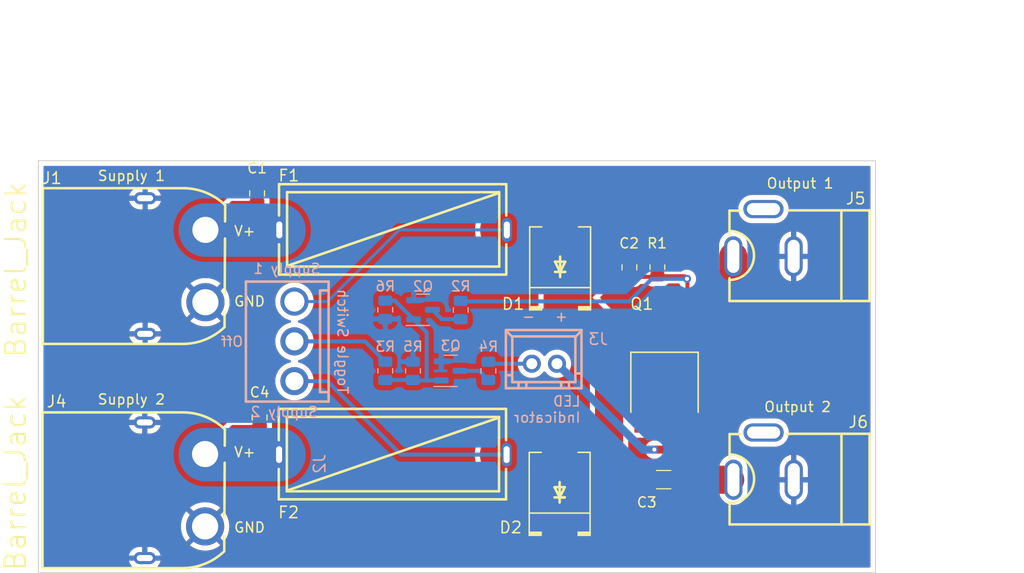
<source format=kicad_pcb>
(kicad_pcb (version 20211014) (generator pcbnew)
  (layers (0 "F.Cu" signal) (31 "B.Cu" signal) (34 "B.Paste" user) (35 "F.Paste" user) (36 "B.SilkS" user "B.Silkscreen") (37 "F.SilkS" user "F.Silkscreen") (38 "B.Mask" user) (39 "F.Mask" user) (44 "Edge.Cuts" user))
  (net 0 "")
  (net 1 "/AC{slash}DC output")
  (net 2 "GND")
  (net 3 "/Supply")
  (net 4 "Net-(C2-Pad2)")
  (net 5 "/Vout")
  (net 6 "/Battery output")
  (net 7 "/Mains")
  (net 8 "/Battery")
  (net 9 "/Switch")
  (net 10 "Net-(J3-Pad2)")
  (net 11 "Net-(Q2-Pad1)")
  (net 12 "Net-(Q2-Pad3)")
  (net 13 "Net-(Q3-Pad3)")
  (footprint "Capacitor_SMD:C_1206_3216Metric" (layer "F.Cu") (at 132.42943 109.237984 180)
    (fp_text reference "C3" (at 1.67943 -2.262016 180) (layer "F.SilkS"))
    (fp_text value "4.7u")
    (fp_line (start -0.711252 0.91) (end 0.711252 0.91) (layer "F.SilkS") (width 0.12))
    (fp_line (start -0.711252 -0.91) (end 0.711252 -0.91) (layer "F.SilkS") (width 0.12))
    (pad "1" smd roundrect (at -1.475 0 180) (size 1.15 1.8) (layers "F.Cu" "F.Paste" "F.Mask") (roundrect_rratio 0.217391) (net 5 "/Vout"))
    (pad "2" smd roundrect (at 1.475 0 180) (size 1.15 1.8) (layers "F.Cu" "F.Paste" "F.Mask") (roundrect_rratio 0.217391) (net 2 "GND"))
  )
  (footprint "Footprints:NCE30P30K P channel MOSFET" (layer "F.Cu") (at 132.521854 98.016548 -90)
    (fp_text reference "Q1" (at -6.266548 1.021854 180) (layer "F.SilkS") (effects (font (size 1.143 1.143) (thickness 0.152)) (justify right)))
    (fp_text value "NCE30P30K" hide)
    (fp_line (start 4.511 3.353) (end -1.456 3.353) (layer "F.SilkS") (width 0.152))
    (fp_line (start 4.511 -3.34) (end -1.456 -3.34) (layer "F.SilkS") (width 0.152))
    (fp_line (start -1.456 -3.34) (end -1.456 3.353) (layer "F.SilkS") (width 0.152))
    (pad "1" smd rect (at -3.292 -2.273 270) (size 2.8 1.3) (layers "F.Cu" "F.Paste" "F.Mask") (net 4 "Net-(C2-Pad2)"))
    (pad "2" smd rect (at 3.292 0 270) (size 6.5 6) (layers "F.Cu" "F.Paste" "F.Mask") (net 5 "/Vout"))
    (pad "3" smd rect (at -3.292 2.273 270) (size 2.8 1.3) (layers "F.Cu" "F.Paste" "F.Mask") (net 3 "/Supply"))
  )
  (footprint "Footprints:Schottky Diode SK1010C" (layer "F.Cu") (at 122.135348 88.057325 90)
    (fp_text reference "D1" (at -3.692675 -5.885348 180) (layer "F.SilkS") (effects (font (size 1.143 1.143) (thickness 0.152)) (justify left)))
    (fp_text value "D_Schottky" hide)
    (fp_line (start -2.069 -3.026) (end -2.069 3.026) (layer "F.SilkS") (width 0.152))
    (fp_line (start -3.976 -3.026) (end 3.976 -3.026) (layer "F.SilkS") (width 0.152))
    (fp_line (start 3.976 -3.026) (end 3.976 -1.823) (layer "F.SilkS") (width 0.152))
    (fp_line (start 3.976 3.026) (end 3.976 1.823) (layer "F.SilkS") (width 0.152))
    (fp_line (start -0.508 0) (end -0.508 0.508) (layer "F.SilkS") (width 0.254))
    (fp_line (start -0.508 0.508) (end -0.508 -0.508) (layer "F.SilkS") (width 0.254))
    (fp_line (start 0.508 -0.508) (end -0.508 0) (layer "F.SilkS") (width 0.254))
    (fp_line (start 0.508 0.508) (end 0.508 -0.508) (layer "F.SilkS") (width 0.254))
    (fp_line (start -3.976 3.026) (end 3.976 3.026) (layer "F.SilkS") (width 0.152))
    (fp_line (start 1.016 0) (end -1.016 0) (layer "F.SilkS") (width 0.254))
    (fp_line (start -0.508 0) (end 0.508 0.508) (layer "F.SilkS") (width 0.254))
    (fp_poly (pts (xy -3.9 -3.102) (xy -3.9 -1.772) (xy -4.357 -1.772) (xy -4.357 -3.102)) (layer "F.SilkS") (width 0) (fill solid))
    (fp_poly (pts (xy -3.9 3.102) (xy -3.9 1.772) (xy -4.357 1.772) (xy -4.357 3.102)) (layer "F.SilkS") (width 0) (fill solid))
    (pad "1" smd rect (at -3.686 0 90) (size 2.7 3.3) (layers "F.Cu" "F.Paste" "F.Mask") (net 3 "/Supply"))
    (pad "2" smd rect (at 3.686 0 90) (size 2.7 3.3) (layers "F.Cu" "F.Paste" "F.Mask") (net 7 "/Mains"))
  )
  (footprint "Footprints:Schottky Diode SK1010C" (layer "F.Cu") (at 122.086681 110.5 90)
    (fp_text reference "D2" (at -3.5 -6.086681 180) (layer "F.SilkS") (effects (font (size 1.143 1.143) (thickness 0.152)) (justify left)))
    (fp_text value "D_Schottky" hide)
    (fp_line (start -0.508 0.508) (end -0.508 -0.508) (layer "F.SilkS") (width 0.254))
    (fp_line (start 0.508 -0.508) (end -0.508 0) (layer "F.SilkS") (width 0.254))
    (fp_line (start -0.508 0) (end -0.508 0.508) (layer "F.SilkS") (width 0.254))
    (fp_line (start 1.016 0) (end -1.016 0) (layer "F.SilkS") (width 0.254))
    (fp_line (start -3.976 -3.026) (end 3.976 -3.026) (layer "F.SilkS") (width 0.152))
    (fp_line (start -2.069 -3.026) (end -2.069 3.026) (layer "F.SilkS") (width 0.152))
    (fp_line (start 3.976 3.026) (end 3.976 1.823) (layer "F.SilkS") (width 0.152))
    (fp_line (start -3.976 3.026) (end 3.976 3.026) (layer "F.SilkS") (width 0.152))
    (fp_line (start 0.508 0.508) (end 0.508 -0.508) (layer "F.SilkS") (width 0.254))
    (fp_line (start -0.508 0) (end 0.508 0.508) (layer "F.SilkS") (width 0.254))
    (fp_line (start 3.976 -3.026) (end 3.976 -1.823) (layer "F.SilkS") (width 0.152))
    (fp_poly (pts (xy -3.9 3.102) (xy -3.9 1.772) (xy -4.357 1.772) (xy -4.357 3.102)) (layer "F.SilkS") (width 0) (fill solid))
    (fp_poly (pts (xy -3.9 -3.102) (xy -3.9 -1.772) (xy -4.357 -1.772) (xy -4.357 -3.102)) (layer "F.SilkS") (width 0) (fill solid))
    (pad "1" smd rect (at -3.686 0 90) (size 2.7 3.3) (layers "F.Cu" "F.Paste" "F.Mask") (net 3 "/Supply"))
    (pad "2" smd rect (at 3.686 0 90) (size 2.7 3.3) (layers "F.Cu" "F.Paste" "F.Mask") (net 8 "/Battery"))
  )
  (footprint "Capacitor_SMD:C_0805_2012Metric" (layer "F.Cu") (at 92.25 103.05 90)
    (fp_text reference "C4" (at 2.5 0 180) (layer "F.SilkS"))
    (fp_text value "10n")
    (fp_line (start -0.261252 -0.735) (end 0.261252 -0.735) (layer "F.SilkS") (width 0.12))
    (fp_line (start -0.261252 0.735) (end 0.261252 0.735) (layer "F.SilkS") (width 0.12))
    (pad "1" smd roundrect (at -0.95 0 90) (size 1 1.45) (layers "F.Cu" "F.Paste" "F.Mask") (net 6 "/Battery output"))
    (pad "2" smd roundrect (at 0.95 0 90) (size 1 1.45) (layers "F.Cu" "F.Paste" "F.Mask") (net 2 "GND"))
  )
  (footprint "Capacitor_SMD:C_0805_2012Metric" (layer "F.Cu") (at 92 80.75 90)
    (fp_text reference "C1" (at 2.5 0 180) (layer "F.SilkS"))
    (fp_text value "10n")
    (fp_line (start -0.261252 0.735) (end 0.261252 0.735) (layer "F.SilkS") (width 0.12))
    (fp_line (start -0.261252 -0.735) (end 0.261252 -0.735) (layer "F.SilkS") (width 0.12))
    (pad "1" smd roundrect (at -0.95 0 90) (size 1 1.45) (layers "F.Cu" "F.Paste" "F.Mask") (net 1 "/AC{slash}DC output"))
    (pad "2" smd roundrect (at 0.95 0 90) (size 1 1.45) (layers "F.Cu" "F.Paste" "F.Mask") (net 2 "GND"))
  )
  (footprint "Capacitor_SMD:C_0805_2012Metric" (layer "F.Cu") (at 129.024729 88.1075 -90)
    (fp_text reference "C2" (at -2.392743 0.032948 180) (layer "F.SilkS"))
    (fp_text value "100n")
    (fp_line (start -0.261252 0.735) (end 0.261252 0.735) (layer "F.SilkS") (width 0.12))
    (fp_line (start -0.261252 -0.735) (end 0.261252 -0.735) (layer "F.SilkS") (width 0.12))
    (pad "1" smd roundrect (at -0.95 0 270) (size 1 1.45) (layers "F.Cu" "F.Paste" "F.Mask") (net 3 "/Supply"))
    (pad "2" smd roundrect (at 0.95 0 270) (size 1 1.45) (layers "F.Cu" "F.Paste" "F.Mask") (net 4 "Net-(C2-Pad2)"))
  )
  (footprint "Footprints:CONN-TH_XT60PW-M" (layer "F.Cu") (at 83.830013 110.295981)
    (fp_text reference "J4" (at -12.8505 -8.830794) (layer "F.SilkS") (effects (font (size 1.143 1.143) (thickness 0.152)) (justify left)))
    (fp_text value "Barrel_Jack" (at -15.8505 8.169206 90) (layer "F.SilkS") (effects (font (size 2.032 2.032) (thickness 0.203)) (justify left)))
    (fp_line (start 4.947 -2.738) (end 4.919 2.676) (layer "F.SilkS") (width 0.254))
    (fp_line (start 4.965 -6.062) (end 4.956 -4.441) (layer "F.SilkS") (width 0.254))
    (fp_line (start -13.166 7.75) (end -13.166 -7.75) (layer "F.SilkS") (width 0.254))
    (fp_line (start 4.909 4.544) (end 4.902 5.994) (layer "F.SilkS") (width 0.254))
    (fp_line (start -13.166 7.75) (end 1 7.75) (layer "F.SilkS") (width 0.254))
    (fp_line (start -13.166 -7.75) (end 1 -7.75) (layer "F.SilkS") (width 0.254))
    (fp_arc (start 0.937 -7.747) (mid 3.109636 -7.283825) (end 4.964813 -6.061861) (layer "F.SilkS") (width 0.254))
    (fp_arc (start 4.917 6.062) (mid 3.061759 7.284022) (end 0.889043 7.747229) (layer "F.SilkS") (width 0.254))
    (pad "1" thru_hole circle (at 3 3.6 90) (size 3.8 3.8) (drill 2.6) (layers *.Cu *.Paste *.Mask) (net 2 "GND"))
    (pad "2" thru_hole circle (at 3 -3.6 90) (size 3.8 3.8) (drill 2.6) (layers *.Cu *.Paste *.Mask) (net 6 "/Battery output"))
    (pad "3" thru_hole oval (at -3 -6.75 90) (size 1.2 2.2) (drill oval 0.6 1.6) (layers *.Cu *.Paste *.Mask) (net 2 "GND"))
    (pad "4" thru_hole oval (at -3 6.75 90) (size 1.2 2.2) (drill oval 0.6 1.6) (layers *.Cu *.Paste *.Mask) (net 2 "GND"))
  )
  (footprint "Footprints:FUSE Holder ROHS" (layer "F.Cu") (at 105.523694 84.384818)
    (fp_text reference "F1" (at -11.5 -5.408238) (layer "F.SilkS") (effects (font (size 1.143 1.143) (thickness 0.152)) (justify left)))
    (fp_text value "Fuse" hide)
    (fp_line (start -11.343 -4.551) (end -11.343 -1.431) (layer "F.SilkS") (width 0.254))
    (fp_line (start 11.257 4.449) (end -11.343 4.449) (layer "F.SilkS") (width 0.254))
    (fp_line (start 11.257 -1.429) (end 11.257 -4.551) (layer "F.SilkS") (width 0.254))
    (fp_line (start -10.543 3.649) (end -10.543 -3.751) (layer "F.SilkS") (width 0.254))
    (fp_line (start 10.557 3.649) (end -10.543 3.649) (layer "F.SilkS") (width 0.254))
    (fp_line (start -11.343 -4.551) (end 11.257 -4.551) (layer "F.SilkS") (width 0.254))
    (fp_line (start -10.543 -3.751) (end 10.557 -3.751) (layer "F.SilkS") (width 0.254))
    (fp_line (start 10.457 -3.651) (end -10.443 3.549) (layer "F.SilkS") (width 0.254))
    (fp_line (start -11.343 1.431) (end -11.343 4.449) (layer "F.SilkS") (width 0.254))
    (fp_line (start 10.557 -3.751) (end 10.557 3.649) (layer "F.SilkS") (width 0.254))
    (fp_line (start 11.257 4.449) (end 11.257 1.429) (layer "F.SilkS") (width 0.254))
    (pad "1" thru_hole oval (at -11.313 0) (size 1 2.4) (drill oval 0.6 1.68) (layers *.Cu *.Paste *.Mask) (net 1 "/AC{slash}DC output"))
    (pad "2" thru_hole oval (at 11.313 0) (size 1 2.4) (drill oval 0.6 1.68) (layers *.Cu *.Paste *.Mask) (net 7 "/Mains"))
  )
  (footprint "Footprints:DC Jack 5A" (layer "F.Cu") (at 142.354656 84.664 180)
    (fp_text reference "J5" (at -10.25 3.398) (layer "F.SilkS") (effects (font (size 1.143 1.143) (thickness 0.152)) (justify right)))
    (fp_text value "Barrel_Jack" hide)
    (fp_line (start 3.38 -6.797) (end -10.541 -6.797) (layer "F.SilkS") (width 0.254))
    (fp_line (start 3.38 -0.187) (end 3.38 2.195) (layer "F.SilkS") (width 0.254))
    (fp_line (start -10.541 -6.797) (end -10.541 2.225) (layer "F.SilkS") (width 0.254))
    (fp_line (start 3.38 -6.797) (end 3.38 -4.517) (layer "F.SilkS") (width 0.254))
    (fp_line (start -10.541 2.225) (end -2.286 2.225) (layer "F.SilkS") (width 0.254))
    (fp_line (start 3.38 2.195) (end 2.22 2.195) (layer "F.SilkS") (width 0.254))
    (fp_line (start -7.747 -6.797) (end -7.747 2.203) (layer "F.SilkS") (width 0.254))
    (fp_arc (start 3.38 0.176) (mid 0.947987 -2.264122) (end 3.380243 -4.704001) (layer "F.SilkS") (width 0.254))
    (pad "1" thru_hole oval (at 3 -2.352 90) (size 4 1.8) (drill oval 3.3 1.2) (layers *.Cu *.Paste *.Mask) (net 5 "/Vout"))
    (pad "2" thru_hole oval (at -3 -2.352 90) (size 4 1.8) (drill oval 3.3 1.2) (layers *.Cu *.Paste *.Mask) (net 2 "GND"))
    (pad "3" thru_hole oval (at 0 2.352 180) (size 4 1.8) (drill oval 3.3 1.2) (layers *.Cu *.Paste *.Mask))
  )
  (footprint "Resistor_SMD:R_0805_2012Metric" (layer "F.Cu") (at 131.8075 88.0875 -90)
    (fp_text reference "R1" (at -2.372743 0.032771 180) (layer "F.SilkS"))
    (fp_text value "330k")
    (fp_line (start -0.227064 -0.735) (end 0.227064 -0.735) (layer "F.SilkS") (width 0.12))
    (fp_line (start -0.227064 0.735) (end 0.227064 0.735) (layer "F.SilkS") (width 0.12))
    (pad "1" smd roundrect (at -0.9125 0 270) (size 1.025 1.4) (layers "F.Cu" "F.Paste" "F.Mask") (roundrect_rratio 0.243902) (net 3 "/Supply"))
    (pad "2" smd roundrect (at 0.9125 0 270) (size 1.025 1.4) (layers "F.Cu" "F.Paste" "F.Mask") (roundrect_rratio 0.243902) (net 4 "Net-(C2-Pad2)"))
  )
  (footprint "Footprints:DC Jack 5A" (layer "F.Cu") (at 142.366 106.901984 180)
    (fp_text reference "J6" (at -10.5 3.398) (layer "F.SilkS") (effects (font (size 1.143 1.143) (thickness 0.152)) (justify right)))
    (fp_text value "Barrel_Jack" hide)
    (fp_line (start -10.541 -6.797) (end -10.541 2.225) (layer "F.SilkS") (width 0.254))
    (fp_line (start 3.38 2.195) (end 2.22 2.195) (layer "F.SilkS") (width 0.254))
    (fp_line (start 3.38 -6.797) (end 3.38 -4.517) (layer "F.SilkS") (width 0.254))
    (fp_line (start -10.541 2.225) (end -2.286 2.225) (layer "F.SilkS") (width 0.254))
    (fp_line (start 3.38 -6.797) (end -10.541 -6.797) (layer "F.SilkS") (width 0.254))
    (fp_line (start -7.747 -6.797) (end -7.747 2.203) (layer "F.SilkS") (width 0.254))
    (fp_line (start 3.38 -0.187) (end 3.38 2.195) (layer "F.SilkS") (width 0.254))
    (fp_arc (start 3.38 0.176) (mid 0.947987 -2.264122) (end 3.380243 -4.704001) (layer "F.SilkS") (width 0.254))
    (pad "1" thru_hole oval (at 3 -2.352 90) (size 4 1.8) (drill oval 3.3 1.2) (layers *.Cu *.Paste *.Mask) (net 5 "/Vout"))
    (pad "2" thru_hole oval (at -3 -2.352 90) (size 4 1.8) (drill oval 3.3 1.2) (layers *.Cu *.Paste *.Mask) (net 2 "GND"))
    (pad "3" thru_hole oval (at 0 2.352 180) (size 4 1.8) (drill oval 3.3 1.2) (layers *.Cu *.Paste *.Mask))
  )
  (footprint "Footprints:CONN-TH_XT60PW-M" (layer "F.Cu") (at 83.862458 87.981093)
    (fp_text reference "J1" (at -13.3505 -8.75) (layer "F.SilkS") (effects (font (size 1.143 1.143) (thickness 0.152)) (justify left)))
    (fp_text value "Barrel_Jack" (at -15.8505 9.25 90) (layer "F.SilkS") (effects (font (size 2.032 2.032) (thickness 0.203)) (justify left)))
    (fp_line (start -13.166 7.75) (end 1 7.75) (layer "F.SilkS") (width 0.254))
    (fp_line (start 4.965 -6.062) (end 4.956 -4.441) (layer "F.SilkS") (width 0.254))
    (fp_line (start 4.909 4.544) (end 4.902 5.994) (layer "F.SilkS") (width 0.254))
    (fp_line (start -13.166 -7.75) (end 1 -7.75) (layer "F.SilkS") (width 0.254))
    (fp_line (start -13.166 7.75) (end -13.166 -7.75) (layer "F.SilkS") (width 0.254))
    (fp_line (start 4.947 -2.738) (end 4.919 2.676) (layer "F.SilkS") (width 0.254))
    (fp_arc (start 0.937 -7.747) (mid 3.109636 -7.283825) (end 4.964813 -6.061861) (layer "F.SilkS") (width 0.254))
    (fp_arc (start 4.917 6.062) (mid 3.061759 7.284022) (end 0.889043 7.747229) (layer "F.SilkS") (width 0.254))
    (pad "1" thru_hole circle (at 3 3.6 90) (size 3.8 3.8) (drill 2.6) (layers *.Cu *.Paste *.Mask) (net 2 "GND"))
    (pad "2" thru_hole circle (at 3 -3.6 90) (size 3.8 3.8) (drill 2.6) (layers *.Cu *.Paste *.Mask) (net 1 "/AC{slash}DC output"))
    (pad "3" thru_hole oval (at -3 -6.75 90) (size 1.2 2.2) (drill oval 0.6 1.6) (layers *.Cu *.Paste *.Mask) (net 2 "GND"))
    (pad "4" thru_hole oval (at -3 6.75 90) (size 1.2 2.2) (drill oval 0.6 1.6) (layers *.Cu *.Paste *.Mask) (net 2 "GND"))
  )
  (footprint "Footprints:FUSE Holder ROHS" (layer "F.Cu") (at 105.5 106.75)
    (fp_text reference "F2" (at -11.5 5.75) (layer "F.SilkS") (effects (font (size 1.143 1.143) (thickness 0.152)) (justify left)))
    (fp_text value "Fuse" hide)
    (fp_line (start 10.457 -3.651) (end -10.443 3.549) (layer "F.SilkS") (width 0.254))
    (fp_line (start 11.257 4.449) (end -11.343 4.449) (layer "F.SilkS") (width 0.254))
    (fp_line (start 11.257 -1.429) (end 11.257 -4.551) (layer "F.SilkS") (width 0.254))
    (fp_line (start -10.543 -3.751) (end 10.557 -3.751) (layer "F.SilkS") (width 0.254))
    (fp_line (start 10.557 -3.751) (end 10.557 3.649) (layer "F.SilkS") (width 0.254))
    (fp_line (start -11.343 1.431) (end -11.343 4.449) (layer "F.SilkS") (width 0.254))
    (fp_line (start 11.257 4.449) (end 11.257 1.429) (layer "F.SilkS") (width 0.254))
    (fp_line (start -10.543 3.649) (end -10.543 -3.751) (layer "F.SilkS") (width 0.254))
    (fp_line (start -11.343 -4.551) (end 11.257 -4.551) (layer "F.SilkS") (width 0.254))
    (fp_line (start -11.343 -4.551) (end -11.343 -1.431) (layer "F.SilkS") (width 0.254))
    (fp_line (start 10.557 3.649) (end -10.543 3.649) (layer "F.SilkS") (width 0.254))
    (pad "1" thru_hole oval (at -11.313 0) (size 1 2.4) (drill oval 0.6 1.68) (layers *.Cu *.Paste *.Mask) (net 6 "/Battery output"))
    (pad "2" thru_hole oval (at 11.313 0) (size 1 2.4) (drill oval 0.6 1.68) (layers *.Cu *.Paste *.Mask) (net 8 "/Battery"))
  )
  (footprint "Resistor_SMD:R_0805_2012Metric" (layer "B.Cu") (at 112.25 92.356786 -90)
    (fp_text reference "R2" (at -2.356786 0 180) (layer "B.SilkS") (effects (justify mirror)))
    (fp_text value "82k")
    (fp_line (start -0.227064 0.735) (end 0.227064 0.735) (layer "B.SilkS") (width 0.12))
    (fp_line (start -0.227064 -0.735) (end 0.227064 -0.735) (layer "B.SilkS") (width 0.12))
    (pad "1" smd roundrect (at -0.9125 0 270) (size 1.025 1.4) (layers "B.Cu" "B.Paste" "B.Mask") (roundrect_rratio 0.243902) (net 4 "Net-(C2-Pad2)"))
    (pad "2" smd roundrect (at 0.9125 0 270) (size 1.025 1.4) (layers "B.Cu" "B.Paste" "B.Mask") (roundrect_rratio 0.243902) (net 12 "Net-(Q2-Pad3)"))
  )
  (footprint "Resistor_SMD:R_0805_2012Metric" (layer "B.Cu") (at 104.75 92.3375 -90)
    (fp_text reference "R6" (at -2.3375 0) (layer "B.SilkS") (effects (justify mirror)))
    (fp_text value "100k")
    (fp_line (start -0.227064 0.735) (end 0.227064 0.735) (layer "B.SilkS") (width 0.12))
    (fp_line (start -0.227064 -0.735) (end 0.227064 -0.735) (layer "B.SilkS") (width 0.12))
    (pad "1" smd roundrect (at -0.9125 0 270) (size 1.025 1.4) (layers "B.Cu" "B.Paste" "B.Mask") (roundrect_rratio 0.243902) (net 11 "Net-(Q2-Pad1)"))
    (pad "2" smd roundrect (at 0.9125 0 270) (size 1.025 1.4) (layers "B.Cu" "B.Paste" "B.Mask") (roundrect_rratio 0.243902) (net 2 "GND"))
  )
  (footprint "Resistor_SMD:R_0805_2012Metric" (layer "B.Cu") (at 107.5 98.4125 90)
    (fp_text reference "R5" (at 2.4125 0) (layer "B.SilkS") (effects (justify mirror)))
    (fp_text value "100k")
    (fp_line (start -0.227064 0.735) (end 0.227064 0.735) (layer "B.SilkS") (width 0.12))
    (fp_line (start -0.227064 -0.735) (end 0.227064 -0.735) (layer "B.SilkS") (width 0.12))
    (pad "1" smd roundrect (at -0.9125 0 90) (size 1.025 1.4) (layers "B.Cu" "B.Paste" "B.Mask") (roundrect_rratio 0.243902) (net 11 "Net-(Q2-Pad1)"))
    (pad "2" smd roundrect (at 0.9125 0 90) (size 1.025 1.4) (layers "B.Cu" "B.Paste" "B.Mask") (roundrect_rratio 0.243902) (net 2 "GND"))
  )
  (footprint "Footprints:3 Pin Male Header" (layer "B.Cu") (at 95.713 95.478 90)
    (fp_text reference "J2" (at -13.272 2.5 90) (layer "B.SilkS") (effects (font (size 1.143 1.143) (thickness 0.152)) (justify right mirror)))
    (fp_text value "Switch Header Pin" hide)
    (fp_line (start 5.949 3.4) (end 5.949 -4.826) (layer "B.SilkS") (width 0.254))
    (fp_line (start -5.051 2.55) (end -5.051 3.4) (layer "B.SilkS") (width 0.254))
    (fp_line (start 5.07 3.4) (end 5.07 2.55) (layer "B.SilkS") (width 0.254))
    (fp_line (start 5.07 2.55) (end -5.051 2.55) (layer "B.SilkS") (width 0.254))
    (fp_line (start -5.993 3.4) (end 5.949 3.4) (layer "B.SilkS") (width 0.254))
    (fp_line (start 5.945 -4.826) (end -5.993 -4.826) (layer "B.SilkS") (width 0.254))
    (fp_line (start -5.993 -4.826) (end -5.993 3.4) (layer "B.SilkS") (width 0.254))
    (pad "1" thru_hole circle (at -3.961 0 90) (size 2.8 2.8) (drill 1.8) (layers *.Cu *.Paste *.Mask) (net 8 "/Battery"))
    (pad "2" thru_hole circle (at -0.001 0 90) (size 2.8 2.8) (drill 1.8) (layers *.Cu *.Paste *.Mask) (net 9 "/Switch"))
    (pad "3" thru_hole circle (at 3.961 0 90) (size 2.8 2.8) (drill 2) (layers *.Cu *.Paste *.Mask) (net 7 "/Mains"))
  )
  (footprint "Resistor_SMD:R_0805_2012Metric" (layer "B.Cu") (at 104.75 98.4125 -90)
    (fp_text reference "R3" (at -2.4125 0) (layer "B.SilkS") (effects (justify mirror)))
    (fp_text value "10k")
    (fp_line (start -0.227064 0.735) (end 0.227064 0.735) (layer "B.SilkS") (width 0.12))
    (fp_line (start -0.227064 -0.735) (end 0.227064 -0.735) (layer "B.SilkS") (width 0.12))
    (pad "1" smd roundrect (at -0.9125 0 270) (size 1.025 1.4) (layers "B.Cu" "B.Paste" "B.Mask") (roundrect_rratio 0.243902) (net 9 "/Switch"))
    (pad "2" smd roundrect (at 0.9125 0 270) (size 1.025 1.4) (layers "B.Cu" "B.Paste" "B.Mask") (roundrect_rratio 0.243902) (net 11 "Net-(Q2-Pad1)"))
  )
  (footprint "Package_TO_SOT_SMD:SOT-23" (layer "B.Cu") (at 108.5 92.3375)
    (fp_text reference "Q2" (at 0 -2.3375) (layer "B.SilkS") (effects (justify mirror)))
    (fp_text value "2N7002")
    (fp_line (start 0 -1.56) (end 0.65 -1.56) (layer "B.SilkS") (width 0.12))
    (fp_line (start 0 1.56) (end -1.675 1.56) (layer "B.SilkS") (width 0.12))
    (fp_line (start 0 -1.56) (end -0.65 -1.56) (layer "B.SilkS") (width 0.12))
    (fp_line (start 0 1.56) (end 0.65 1.56) (layer "B.SilkS") (width 0.12))
    (pad "1" smd roundrect (at -0.9375 0.95) (size 1.475 0.6) (layers "B.Cu" "B.Paste" "B.Mask") (net 11 "Net-(Q2-Pad1)"))
    (pad "2" smd roundrect (at -0.9375 -0.95) (size 1.475 0.6) (layers "B.Cu" "B.Paste" "B.Mask") (net 2 "GND"))
    (pad "3" smd roundrect (at 0.9375 0) (size 1.475 0.6) (layers "B.Cu" "B.Paste" "B.Mask") (net 12 "Net-(Q2-Pad3)"))
  )
  (footprint "Footprints:2 Pin Male Header" (layer "B.Cu") (at 120.57 97.703 180)
    (fp_text reference "J3" (at -6.43 2.453) (layer "B.SilkS") (effects (font (size 1.143 1.143) (thickness 0.152)) (justify left mirror)))
    (fp_text value "Conn_01x02_Male" hide)
    (fp_line (start 1.797 -2.413) (end 1.797 -1.829) (layer "B.SilkS") (width 0.254))
    (fp_line (start -2.445 -2.413) (end -2.445 -1.829) (layer "B.SilkS") (width 0.254))
    (fp_line (start -3.08 2.692) (end -3.054 2.692) (layer "B.SilkS") (width 0.254))
    (fp_line (start 3.194 -1.829) (end -3.08 -1.829) (layer "B.SilkS") (width 0.254))
    (fp_line (start 3.778 3.327) (end 3.778 3.251) (layer "B.SilkS") (width 0.254))
    (fp_line (start -1.67 -2.426) (end -1.67 -1.842) (layer "B.SilkS") (width 0.254))
    (fp_line (start 3.778 3.251) (end 3.169 2.642) (layer "B.SilkS") (width 0.254))
    (fp_line (start -3.664 3.327) (end -3.664 3.251) (layer "B.SilkS") (width 0.254))
    (fp_line (start -3.689 3.353) (end -3.689 -2.447) (layer "B.SilkS") (width 0.254))
    (fp_line (start -3.689 -0.965) (end -3.105 -0.965) (layer "B.SilkS") (width 0.254))
    (fp_line (start 3.219 -1.143) (end 3.804 -1.143) (layer "B.SilkS") (width 0.254))
    (fp_line (start 3.194 2.718) (end 3.194 -1.829) (layer "B.SilkS") (width 0.254))
    (fp_line (start -3.08 2.718) (end 3.194 2.718) (layer "B.SilkS") (width 0.254))
    (fp_line (start 3.829 3.353) (end 3.829 -2.438) (layer "B.SilkS") (width 0.254))
    (fp_line (start -3.08 -1.829) (end -3.08 2.692) (layer "B.SilkS") (width 0.254))
    (fp_line (start -3.664 3.251) (end -3.054 2.642) (layer "B.SilkS") (width 0.254))
    (fp_line (start -3.689 3.353) (end 3.811 3.353) (layer "B.SilkS") (width 0.254))
    (fp_line (start 2.572 -2.426) (end 2.572 -1.842) (layer "B.SilkS") (width 0.254))
    (fp_line (start -3.671 -2.438) (end 3.829 -2.438) (layer "B.SilkS") (width 0.254))
    (pad "1" thru_hole circle (at -1.251 0 180) (size 1.8 1.8) (drill 1.1) (layers *.Cu *.Paste *.Mask) (net 5 "/Vout"))
    (pad "2" thru_hole circle (at 1.251 0 180) (size 1.8 1.8) (drill 1.1) (layers *.Cu *.Paste *.Mask) (net 10 "Net-(J3-Pad2)"))
  )
  (footprint "Package_TO_SOT_SMD:SOT-23" (layer "B.Cu") (at 111.25 98.4125)
    (fp_text reference "Q3" (at 0 -2.5 180) (layer "B.SilkS") (effects (justify mirror)))
    (fp_text value "2N7002")
    (fp_line (start 0 -1.56) (end 0.65 -1.56) (layer "B.SilkS") (width 0.12))
    (fp_line (start 0 -1.56) (end -0.65 -1.56) (layer "B.SilkS") (width 0.12))
    (fp_line (start 0 1.56) (end 0.65 1.56) (layer "B.SilkS") (width 0.12))
    (fp_line (start 0 1.56) (end -1.675 1.56) (layer "B.SilkS") (width 0.12))
    (pad "1" smd roundrect (at -0.9375 0.95) (size 1.475 0.6) (layers "B.Cu" "B.Paste" "B.Mask") (net 11 "Net-(Q2-Pad1)"))
    (pad "2" smd roundrect (at -0.9375 -0.95) (size 1.475 0.6) (layers "B.Cu" "B.Paste" "B.Mask") (net 2 "GND"))
    (pad "3" smd roundrect (at 0.9375 0) (size 1.475 0.6) (layers "B.Cu" "B.Paste" "B.Mask") (net 13 "Net-(Q3-Pad3)"))
  )
  (footprint "Resistor_SMD:R_0805_2012Metric" (layer "B.Cu") (at 115 98.4125 90)
    (fp_text reference "R4" (at 2.4125 0 180) (layer "B.SilkS") (effects (justify mirror)))
    (fp_text value "1.8k")
    (fp_line (start -0.227064 0.735) (end 0.227064 0.735) (layer "B.SilkS") (width 0.12))
    (fp_line (start -0.227064 -0.735) (end 0.227064 -0.735) (layer "B.SilkS") (width 0.12))
    (pad "1" smd roundrect (at -0.9125 0 90) (size 1.025 1.4) (layers "B.Cu" "B.Paste" "B.Mask") (roundrect_rratio 0.243902) (net 13 "Net-(Q3-Pad3)"))
    (pad "2" smd roundrect (at 0.9125 0 90) (size 1.025 1.4) (layers "B.Cu" "B.Paste" "B.Mask") (roundrect_rratio 0.243902) (net 10 "Net-(J3-Pad2)"))
  )
  (gr_rect (start 70.25 77.5) (end 153.5 118.5) (layer "Edge.Cuts") (width 0.1) (fill none))
  (gr_text "Off" (at 89.5 95.5) (layer "B.SilkS") (effects (font (size 1 1)) (justify mirror)))
  (gr_text "LED\nIndicator" (at 124.25 102.25) (layer "B.SilkS") (effects (font (size 1 1)) (justify left mirror)))
  (gr_text "Supply 1" (at 94.963 88.25) (layer "B.SilkS") (effects (font (size 1 1)) (justify mirror)))
  (gr_text "+" (at 122.25 93) (layer "B.SilkS") (effects (font (size 1 1)) (justify mirror)))
  (gr_text "Toggle Switch" (at 100.5 95.5 270) (layer "B.SilkS") (effects (font (size 1 1)) (justify mirror)))
  (gr_text "-" (at 119 93) (layer "B.SilkS") (effects (font (size 1 1)) (justify mirror)))
  (gr_text "Supply 2" (at 94.713 102.5) (layer "B.SilkS") (effects (font (size 1 1)) (justify mirror)))
  (gr_text "Supply 1" (at 79.5 79) (layer "F.SilkS") (effects (font (size 1 1))))
  (gr_text "Output 2" (at 145.75 102) (layer "F.SilkS") (effects (font (size 1 1))))
  (gr_text "Supply 2\n" (at 79.5 101.25) (layer "F.SilkS") (effects (font (size 1 1))))
  (gr_text "V+" (at 90.77381 106.5) (layer "F.SilkS") (effects (font (size 1 1))))
  (gr_text "V+\n" (at 90.77381 84.5) (layer "F.SilkS") (effects (font (size 1 1))))
  (gr_text "Output 1\n" (at 146 79.75) (layer "F.SilkS") (effects (font (size 1 1))))
  (gr_text "GND\n" (at 91.25 91.5) (layer "F.SilkS") (effects (font (size 1 1))))
  (gr_text "GND\n" (at 91.25 114) (layer "F.SilkS") (effects (font (size 1 1))))
  (segment (start 92 81.7) (end 89.5505 81.7) (width 0.4) (layer "F.Cu") (net 1))
  (segment (start 89.5505 81.7) (end 86.8505 84.4) (width 0.4) (layer "F.Cu") (net 1))
  (segment (start 94.187 84.408238) (end 86.858738 84.408238) (width 5.3) (layer "B.Cu") (net 1))
  (segment (start 86.858738 84.408238) (end 86.8505 84.4) (width 5.3) (layer "B.Cu") (net 1))
  (segment (start 130.248854 94.724548) (end 127.025452 94.724548) (width 2.8) (layer "F.Cu") (net 3))
  (segment (start 127 109.272681) (end 122.086681 114.186) (width 2.8) (layer "F.Cu") (net 3))
  (segment (start 123.993325 91.743325) (end 127 94.75) (width 2.8) (layer "F.Cu") (net 3))
  (segment (start 127 94.75) (end 127 109.272681) (width 2.8) (layer "F.Cu") (net 3))
  (segment (start 124.438904 91.743325) (end 122.135348 91.743325) (width 0.4) (layer "F.Cu") (net 3))
  (segment (start 129.075177 87.175) (end 129.057677 87.1575) (width 0.4) (layer "F.Cu") (net 3))
  (segment (start 127.025452 94.724548) (end 127 94.75) (width 2.8) (layer "F.Cu") (net 3))
  (segment (start 129.024729 87.1575) (end 124.438904 91.743325) (width 0.4) (layer "F.Cu") (net 3))
  (segment (start 131.8075 87.175) (end 129.075177 87.175) (width 0.4) (layer "F.Cu") (net 3))
  (segment (start 129.057677 87.1575) (end 129.043868 87.143691) (width 0.4) (layer "F.Cu") (net 3))
  (segment (start 122.135348 91.743325) (end 123.993325 91.743325) (width 2.8) (layer "F.Cu") (net 3))
  (segment (start 134.794854 94.724548) (end 134.794854 89.294854) (width 0.4) (layer "F.Cu") (net 4))
  (segment (start 131.75 89.0575) (end 131.8075 89) (width 0.4) (layer "F.Cu") (net 4))
  (segment (start 134.794854 89.294854) (end 134.75 89.25) (width 0.4) (layer "F.Cu") (net 4))
  (segment (start 134.5 89) (end 134.75 89.25) (width 0.4) (layer "F.Cu") (net 4))
  (segment (start 129.057677 89.0575) (end 131.75 89.0575) (width 0.4) (layer "F.Cu") (net 4))
  (segment (start 131.8075 89) (end 134.5 89) (width 0.4) (layer "F.Cu") (net 4))
  (via (at 134.75 89.25) (size 0.8) (drill 0.4) (layers "F.Cu" "B.Cu") (net 4))
  (segment (start 134.75 89.25) (end 131.25 89.25) (width 0.4) (layer "B.Cu") (net 4))
  (segment (start 129 91.5) (end 112.305714 91.5) (width 0.4) (layer "B.Cu") (net 4))
  (segment (start 112.305714 91.5) (end 112.25 91.444286) (width 0.4) (layer "B.Cu") (net 4))
  (segment (start 131.25 89.25) (end 129 91.5) (width 0.4) (layer "B.Cu") (net 4))
  (segment (start 133.92043 109.253984) (end 133.90443 109.237984) (width 2.8) (layer "F.Cu") (net 5))
  (segment (start 133.25 106.25) (end 133.90443 106.90443) (width 0.8) (layer "F.Cu") (net 5))
  (segment (start 139.04543 109.253984) (end 133.92043 109.253984) (width 2.8) (layer "F.Cu") (net 5))
  (segment (start 139.354656 99.645344) (end 139.354656 87.016) (width 2.8) (layer "F.Cu") (net 5))
  (segment (start 137.691452 101.308548) (end 139.354656 99.645344) (width 2.8) (layer "F.Cu") (net 5))
  (segment (start 133.90443 109.237984) (end 133.90443 106.90443) (width 2.8) (layer "F.Cu") (net 5))
  (segment (start 133.90443 106.90443) (end 133.90443 102.691124) (width 2.8) (layer "F.Cu") (net 5))
  (segment (start 132.521854 101.308548) (end 137.691452 101.308548) (width 2.8) (layer "F.Cu") (net 5))
  (segment (start 131.5 106.25) (end 133.25 106.25) (width 0.8) (layer "F.Cu") (net 5))
  (segment (start 133.90443 102.691124) (end 132.521854 101.308548) (width 2.8) (layer "F.Cu") (net 5))
  (via (at 131.5 106.25) (size 0.8) (drill 0.4) (layers "F.Cu" "B.Cu") (net 5))
  (segment (start 131.5 106.25) (end 130.368 106.25) (width 0.8) (layer "B.Cu") (net 5))
  (segment (start 130.368 106.25) (end 121.821 97.703) (width 0.8) (layer "B.Cu") (net 5))
  (segment (start 89.581294 104) (end 86.8505 106.730794) (width 0.4) (layer "F.Cu") (net 6))
  (segment (start 92.25 104) (end 89.581294 104) (width 0.4) (layer "F.Cu") (net 6))
  (segment (start 94.187 106.75) (end 86.869706 106.75) (width 5.3) (layer "B.Cu") (net 6))
  (segment (start 86.869706 106.75) (end 86.8505 106.730794) (width 5.3) (layer "B.Cu") (net 6))
  (segment (start 116.850187 84.371325) (end 116.836694 84.384818) (width 5.3) (layer "F.Cu") (net 7))
  (segment (start 122.135348 84.371325) (end 116.850187 84.371325) (width 5.3) (layer "F.Cu") (net 7))
  (segment (start 106.132182 84.384818) (end 116.836694 84.384818) (width 0.3) (layer "B.Cu") (net 7))
  (segment (start 99 91.517) (end 95.713 91.517) (width 0.3) (layer "B.Cu") (net 7))
  (segment (start 99 91.517) (end 106.132182 84.384818) (width 0.3) (layer "B.Cu") (net 7))
  (segment (start 122.086681 106.814) (end 116.877 106.814) (width 5.3) (layer "F.Cu") (net 8))
  (segment (start 116.877 106.814) (end 116.813 106.75) (width 5.3) (layer "F.Cu") (net 8))
  (segment (start 99 99.439) (end 95.713 99.439) (width 0.4) (layer "B.Cu") (net 8))
  (segment (start 106.311 106.75) (end 116.813 106.75) (width 0.4) (layer "B.Cu") (net 8))
  (segment (start 99 99.439) (end 106.311 106.75) (width 0.4) (layer "B.Cu") (net 8))
  (segment (start 102.729 95.479) (end 95.713 95.479) (width 0.4) (layer "B.Cu") (net 9))
  (segment (start 104.75 97.5) (end 102.729 95.479) (width 0.4) (layer "B.Cu") (net 9))
  (segment (start 115.203 97.703) (end 115 97.5) (width 0.4) (layer "B.Cu") (net 10))
  (segment (start 119.319 97.703) (end 115.203 97.703) (width 0.4) (layer "B.Cu") (net 10))
  (segment (start 110.3125 99.3625) (end 108.8625 99.3625) (width 0.4) (layer "B.Cu") (net 11))
  (segment (start 104.75 91.425) (end 105.7 91.425) (width 0.4) (layer "B.Cu") (net 11))
  (segment (start 104.75 99.325) (end 107.5 99.325) (width 0.4) (layer "B.Cu") (net 11))
  (segment (start 105.7 91.425) (end 107.5625 93.2875) (width 0.4) (layer "B.Cu") (net 11))
  (segment (start 108.8625 94.5875) (end 107.5625 93.2875) (width 0.4) (layer "B.Cu") (net 11))
  (segment (start 108.8625 99.3625) (end 107.5375 99.3625) (width 0.4) (layer "B.Cu") (net 11))
  (segment (start 108.8625 99.3625) (end 108.8625 94.5875) (width 0.4) (layer "B.Cu") (net 11))
  (segment (start 107.5375 99.3625) (end 107.5 99.325) (width 0.4) (layer "B.Cu") (net 11))
  (segment (start 112.25 93.269286) (end 110.369286 93.269286) (width 0.4) (layer "B.Cu") (net 12))
  (segment (start 110.369286 93.269286) (end 109.4375 92.3375) (width 0.4) (layer "B.Cu") (net 12))
  (segment (start 114.0875 98.4125) (end 115 99.325) (width 0.4) (layer "B.Cu") (net 13))
  (segment (start 112.1875 98.4125) (end 114.0875 98.4125) (width 0.4) (layer "B.Cu") (net 13))
  (zone (net 2) (net_name "GND") (layers F&B.Cu) (connect_pads (clearance 0.508)) (min_thickness 0.254) (fill yes (thermal_gap 0.508) (thermal_bridge_width 0.508))
    (polygon (pts (xy 153.25 118.25) (xy 70.5 118.25) (xy 70.5 77.75) (xy 153.25 77.75)))
  )
)
</source>
